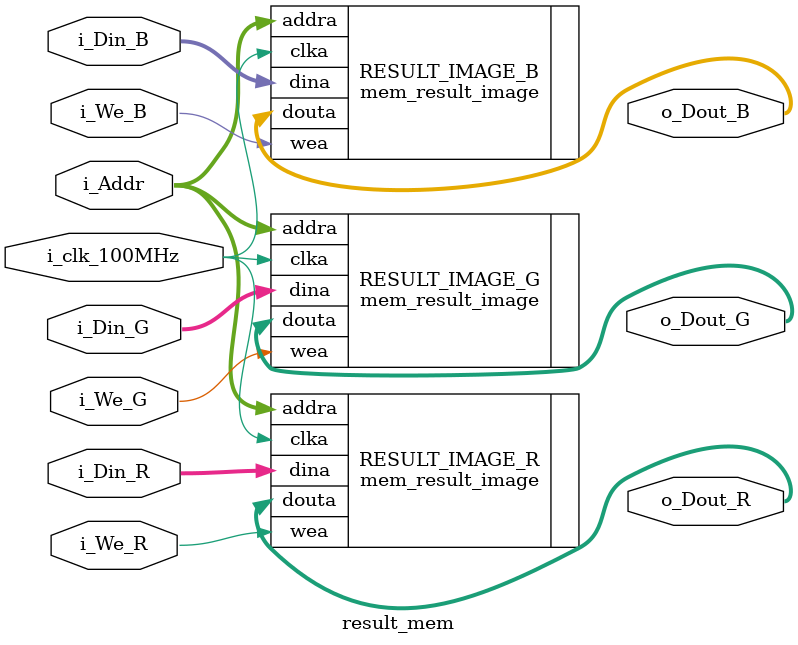
<source format=v>
`timescale 1ns / 1ps

module result_mem(
    input i_clk_100MHz,
    input [15:0] i_Addr,
    
    input [7:0] i_Din_R,
    input [7:0] i_Din_G,
    input [7:0] i_Din_B,
    
    input [0:0] i_We_R,
    input [0:0] i_We_G,
    input [0:0] i_We_B,
    
    output [7:0] o_Dout_R,
    output [7:0] o_Dout_G,
    output [7:0] o_Dout_B
);

mem_result_image RESULT_IMAGE_R(
    .clka(i_clk_100MHz),
    .addra(i_Addr),
    .douta(o_Dout_R),
    .dina(i_Din_R),
    .wea(i_We_R)

);

mem_result_image RESULT_IMAGE_G(
    .clka(i_clk_100MHz),
    .addra(i_Addr),
    .douta(o_Dout_G),
    .dina(i_Din_G),
    .wea(i_We_G)
);

mem_result_image RESULT_IMAGE_B(
    .clka(i_clk_100MHz),
    .addra(i_Addr),
    .douta(o_Dout_B),
    .dina(i_Din_B),
    .wea(i_We_B)
);

endmodule

</source>
